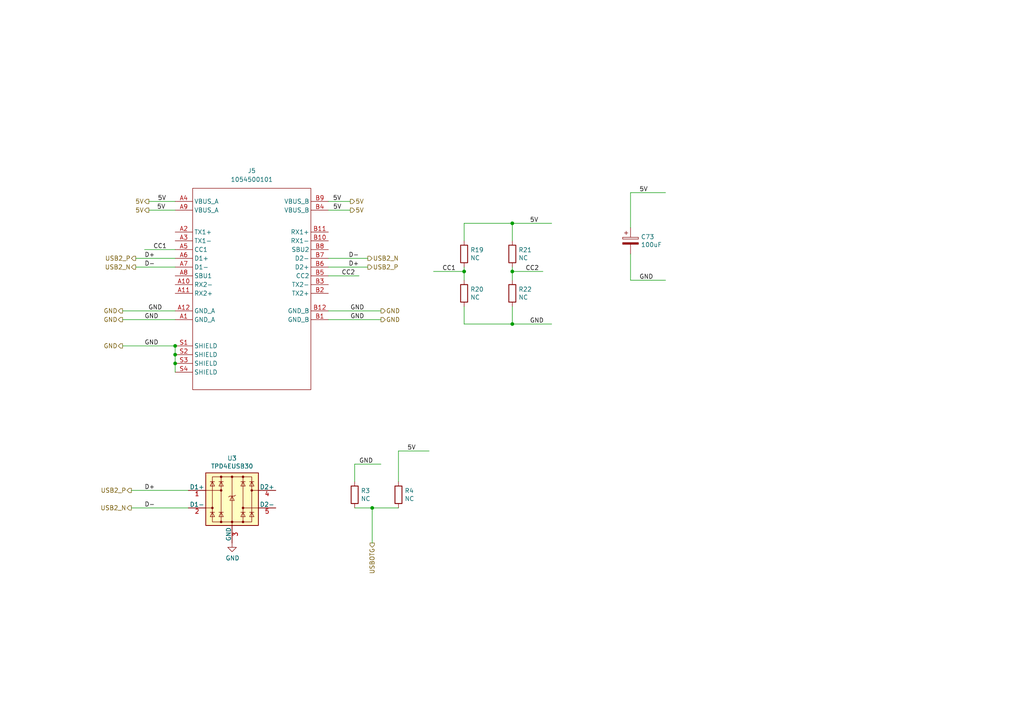
<source format=kicad_sch>
(kicad_sch (version 20230121) (generator eeschema)
  (paper "A4")
  (lib_symbols
    (symbol "CM4IO:1054500101"
      (property "Reference" "J" (at 0 0 0))
      (property "Value" "1054500101" (at 0 0 0))
      (symbol "1054500101_0_1"
        (rectangle (start 0 -5.08) (end 34.29 -63.5))
      )
      (symbol "1054500101_1_1"
        (pin input line (at -5.08 -43.18 0) (length 5) (name "GND_A") (number "A1"))
        (pin input line (at -5.08 -33.02 0) (length 5) (name "RX2-") (number "A10"))
        (pin input line (at -5.08 -35.56 0) (length 5) (name "RX2+") (number "A11"))
        (pin input line (at -5.08 -40.64 0) (length 5) (name "GND_A") (number "A12"))
        (pin input line (at -5.08 -17.78 0) (length 5) (name "TX1+") (number "A2"))
        (pin input line (at -5.08 -20.32 0) (length 5) (name "TX1-") (number "A3"))
        (pin input line (at -5.08 -8.89 0) (length 5) (name "VBUS_A") (number "A4"))
        (pin input line (at -5.08 -22.86 0) (length 5) (name "CC1") (number "A5"))
        (pin input line (at -5.08 -25.4 0) (length 5) (name "D1+") (number "A6"))
        (pin input line (at -5.08 -27.94 0) (length 5) (name "D1-") (number "A7"))
        (pin input line (at -5.08 -30.48 0) (length 5) (name "SBU1") (number "A8"))
        (pin input line (at -5.08 -11.43 0) (length 5) (name "VBUS_A") (number "A9"))
        (pin input line (at 39.37 -43.18 180) (length 5) (name "GND_B") (number "B1"))
        (pin input line (at 39.37 -20.32 180) (length 5) (name "RX1-") (number "B10"))
        (pin input line (at 39.37 -17.78 180) (length 5) (name "RX1+") (number "B11"))
        (pin input line (at 39.37 -40.64 180) (length 5) (name "GND_B") (number "B12"))
        (pin input line (at 39.37 -35.56 180) (length 5) (name "TX2+") (number "B2"))
        (pin input line (at 39.37 -33.02 180) (length 5) (name "TX2-") (number "B3"))
        (pin input line (at 39.37 -11.43 180) (length 5) (name "VBUS_B") (number "B4"))
        (pin input line (at 39.37 -30.48 180) (length 5) (name "CC2") (number "B5"))
        (pin input line (at 39.37 -27.94 180) (length 5) (name "D2+") (number "B6"))
        (pin input line (at 39.37 -25.4 180) (length 5) (name "D2-") (number "B7"))
        (pin input line (at 39.37 -22.86 180) (length 5) (name "SBU2") (number "B8"))
        (pin input line (at 39.37 -8.89 180) (length 5) (name "VBUS_B") (number "B9"))
        (pin input line (at -5.08 -50.8 0) (length 5) (name "SHIELD") (number "S1"))
        (pin input line (at -5.08 -53.34 0) (length 5) (name "SHIELD") (number "S2"))
        (pin input line (at -5.08 -55.88 0) (length 5) (name "SHIELD") (number "S3"))
        (pin input line (at -5.08 -58.42 0) (length 5) (name "SHIELD") (number "S4"))
      )
    )
    (symbol "CM4IO:TPD4EUSB30" (pin_names (offset 0))
      (property "Reference" "U" (at -0.635 8.89 0))
      (property "Value" "TPD4EUSB30" (at 8.89 -10.16 0))
      (symbol "TPD4EUSB30_0_0"
        (rectangle (start -5.715 6.477) (end 5.715 -6.604))
        (polyline (pts (xy -3.175 -6.604) (xy -3.175 6.477)))
        (polyline (pts (xy 0 6.477) (xy 0 -6.604)))
        (polyline (pts (xy 3.175 6.477) (xy 3.175 -6.604)))
      )
      (symbol "TPD4EUSB30_0_1"
        (rectangle (start -7.62 7.62) (end 7.62 -7.62) (stroke (width 0.254)) (fill (type background)))
        (circle (center -5.715 -2.54) (radius 0.2794) (fill (type outline)))
        (circle (center -3.175 -6.604) (radius 0.2794) (fill (type outline)))
        (circle (center -3.175 2.54) (radius 0.2794) (fill (type outline)))
        (circle (center -3.175 6.477) (radius 0.2794) (fill (type outline)))
        (circle (center 0 -6.604) (radius 0.2794) (fill (type outline)))
        (polyline (pts (xy -7.747 2.54) (xy -3.175 2.54)))
        (polyline (pts (xy -7.62 -2.54) (xy -5.715 -2.54)))
        (polyline (pts (xy -5.08 -3.81) (xy -6.35 -3.81)))
        (polyline (pts (xy -5.08 5.08) (xy -6.35 5.08)))
        (polyline (pts (xy -2.54 -3.81) (xy -3.81 -3.81)))
        (polyline (pts (xy -2.54 5.08) (xy -3.81 5.08)))
        (polyline (pts (xy -0.635 0.889) (xy -1.016 0.635)))
        (polyline (pts (xy 0 -6.604) (xy 0 -7.62)))
        (polyline (pts (xy 0.635 0.889) (xy -0.635 0.889)))
        (polyline (pts (xy 0.635 0.889) (xy 1.016 1.143)))
        (polyline (pts (xy 3.81 -3.81) (xy 2.54 -3.81)))
        (polyline (pts (xy 3.81 5.08) (xy 2.54 5.08)))
        (polyline (pts (xy 6.35 -3.81) (xy 5.08 -3.81)))
        (polyline (pts (xy 6.35 5.08) (xy 5.08 5.08)))
        (polyline (pts (xy 7.62 -2.54) (xy 3.175 -2.54)))
        (polyline (pts (xy 7.62 2.54) (xy 5.715 2.54)))
        (polyline (pts (xy -5.08 -5.08) (xy -6.35 -5.08) (xy -5.715 -3.81) (xy -5.08 -5.08)))
        (polyline (pts (xy -5.08 3.81) (xy -6.35 3.81) (xy -5.715 5.08) (xy -5.08 3.81)))
        (polyline (pts (xy -2.54 -5.08) (xy -3.81 -5.08) (xy -3.175 -3.81) (xy -2.54 -5.08)))
        (polyline (pts (xy -2.54 3.81) (xy -3.81 3.81) (xy -3.175 5.08) (xy -2.54 3.81)))
        (polyline (pts (xy 0.635 -0.381) (xy -0.635 -0.381) (xy 0 0.889) (xy 0.635 -0.381)))
        (polyline (pts (xy 3.81 -5.08) (xy 2.54 -5.08) (xy 3.175 -3.81) (xy 3.81 -5.08)))
        (polyline (pts (xy 3.81 3.81) (xy 2.54 3.81) (xy 3.175 5.08) (xy 3.81 3.81)))
        (polyline (pts (xy 6.35 -5.08) (xy 5.08 -5.08) (xy 5.715 -3.81) (xy 6.35 -5.08)))
        (polyline (pts (xy 6.35 3.81) (xy 5.08 3.81) (xy 5.715 5.08) (xy 6.35 3.81)))
        (circle (center 0 6.477) (radius 0.2794) (fill (type outline)))
        (circle (center 3.175 -6.604) (radius 0.2794) (fill (type outline)))
        (circle (center 3.175 -2.54) (radius 0.2794) (fill (type outline)))
        (circle (center 3.175 6.477) (radius 0.2794) (fill (type outline)))
        (circle (center 5.715 2.54) (radius 0.2794) (fill (type outline)))
      )
      (symbol "TPD4EUSB30_1_1"
        (pin passive line (at -12.7 2.54 0) (length 5.08) (name "D1+") (number "1"))
        (pin passive line (at -12.7 2.54 0) (length 5.08) hide (name "~") (number "10"))
        (pin passive line (at -12.7 -2.54 0) (length 5.08) (name "D1-") (number "2"))
        (pin power_in line (at 0 -12.7 90) (length 5.08) (name "GND") (number "3"))
        (pin passive line (at 12.7 2.54 180) (length 5.08) (name "D2+") (number "4"))
        (pin passive line (at 12.7 -2.54 180) (length 5.08) (name "D2-") (number "5"))
        (pin passive line (at 12.7 -2.54 180) (length 5.08) hide (name "~") (number "6"))
        (pin passive line (at 12.7 2.54 180) (length 5.08) hide (name "~") (number "7"))
        (pin passive line (at 0 -12.7 90) (length 5.08) hide (name "GND") (number "8"))
        (pin passive line (at -12.7 -2.54 0) (length 5.08) hide (name "~") (number "9"))
      )
    )
    (symbol "Device:CP" (pin_numbers hide) (pin_names (offset 0.254))
      (property "Reference" "C" (at 0.635 2.54 0))
      (property "Value" "CP" (at 0.635 -2.54 0))
      (symbol "CP_0_1"
        (rectangle (start -2.286 0.508) (end 2.286 1.016))
        (polyline (pts (xy -1.778 2.286) (xy -0.762 2.286)))
        (polyline (pts (xy -1.27 2.794) (xy -1.27 1.778)))
        (rectangle (start 2.286 -0.508) (end -2.286 -1.016) (fill (type outline)))
      )
      (symbol "CP_1_1"
        (pin passive line (at 0 3.81 270) (length 2.794) (name "~") (number "1"))
        (pin passive line (at 0 -3.81 90) (length 2.794) (name "~") (number "2"))
      )
    )
    (symbol "Device:R" (pin_numbers hide) (pin_names (offset 0))
      (property "Reference" "R" (at 2.032 0 90))
      (property "Value" "R" (at 0 0 90))
      (symbol "R_0_1"
        (rectangle (start -1.016 -2.54) (end 1.016 2.54) (stroke (width 0.254)))
      )
      (symbol "R_1_1"
        (pin passive line (at 0 3.81 270) (length 1.27) (name "~") (number "1"))
        (pin passive line (at 0 -3.81 90) (length 1.27) (name "~") (number "2"))
      )
    )
    (symbol "power:GND" (power) (pin_names (offset 0))
      (property "Value" "GND" (at 0 -3.81 0))
      (symbol "GND_0_1"
        (polyline (pts (xy 0 0) (xy 0 -1.27) (xy 1.27 -1.27) (xy 0 -2.54) (xy -1.27 -1.27) (xy 0 -1.27)))
      )
      (symbol "GND_1_1"
        (pin power_in line (at 0 0 270) (length 0) hide (name "GND") (number "1"))
      )
    )
  )
  (junction (at 148.59 93.98))
  (junction (at 148.59 64.77))
  (junction (at 148.59 78.74))
  (junction (at 50.8 100.33))
  (junction (at 50.8 105.41))
  (junction (at 107.95 147.32))
  (junction (at 50.8 102.87))
  (junction (at 134.62 78.74))
  (wire (pts (xy 182.88 66.04) (xy 182.88 55.88)))
  (wire (pts (xy 50.8 74.93) (xy 39.37 74.93)))
  (wire (pts (xy 54.61 147.32) (xy 38.1 147.32)))
  (wire (pts (xy 35.56 100.33) (xy 50.8 100.33)))
  (wire (pts (xy 148.59 88.9) (xy 148.59 93.98)))
  (wire (pts (xy 95.25 58.42) (xy 101.6 58.42)))
  (wire (pts (xy 148.59 93.98) (xy 134.62 93.98)))
  (wire (pts (xy 134.62 64.77) (xy 134.62 69.85)))
  (wire (pts (xy 115.57 130.81) (xy 124.46 130.81)))
  (wire (pts (xy 182.88 81.28) (xy 193.04 81.28)))
  (wire (pts (xy 50.8 100.33) (xy 50.8 102.87)))
  (wire (pts (xy 134.62 93.98) (xy 134.62 88.9)))
  (wire (pts (xy 95.25 80.01) (xy 104.14 80.01)))
  (wire (pts (xy 125.73 78.74) (xy 134.62 78.74)))
  (wire (pts (xy 107.95 147.32) (xy 107.95 157.48)))
  (wire (pts (xy 95.25 60.96) (xy 101.6 60.96)))
  (wire (pts (xy 35.56 92.71) (xy 50.8 92.71)))
  (wire (pts (xy 148.59 64.77) (xy 160.02 64.77)))
  (wire (pts (xy 54.61 142.24) (xy 38.1 142.24)))
  (wire (pts (xy 182.88 55.88) (xy 193.04 55.88)))
  (wire (pts (xy 41.91 72.39) (xy 50.8 72.39)))
  (wire (pts (xy 102.87 134.62) (xy 110.49 134.62)))
  (wire (pts (xy 134.62 78.74) (xy 134.62 81.28)))
  (wire (pts (xy 107.95 147.32) (xy 115.57 147.32)))
  (wire (pts (xy 95.25 90.17) (xy 110.49 90.17)))
  (wire (pts (xy 50.8 102.87) (xy 50.8 105.41)))
  (wire (pts (xy 115.57 139.7) (xy 115.57 130.81)))
  (wire (pts (xy 95.25 74.93) (xy 106.68 74.93)))
  (wire (pts (xy 95.25 77.47) (xy 106.68 77.47)))
  (wire (pts (xy 50.8 77.47) (xy 39.37 77.47)))
  (wire (pts (xy 148.59 78.74) (xy 148.59 81.28)))
  (wire (pts (xy 50.8 105.41) (xy 50.8 107.95)))
  (wire (pts (xy 102.87 147.32) (xy 107.95 147.32)))
  (wire (pts (xy 148.59 77.47) (xy 148.59 78.74)))
  (wire (pts (xy 134.62 64.77) (xy 148.59 64.77)))
  (wire (pts (xy 148.59 64.77) (xy 148.59 69.85)))
  (wire (pts (xy 148.59 78.74) (xy 157.48 78.74)))
  (wire (pts (xy 43.18 58.42) (xy 50.8 58.42)))
  (wire (pts (xy 182.88 73.66) (xy 182.88 81.28)))
  (wire (pts (xy 134.62 77.47) (xy 134.62 78.74)))
  (wire (pts (xy 148.59 93.98) (xy 160.02 93.98)))
  (wire (pts (xy 102.87 139.7) (xy 102.87 134.62)))
  (wire (pts (xy 43.18 60.96) (xy 50.8 60.96)))
  (wire (pts (xy 95.25 92.71) (xy 110.49 92.71)))
  (wire (pts (xy 35.56 90.17) (xy 50.8 90.17)))
  (label "GND" (at 104.14 134.62 0))
  (label "GND" (at 101.6 90.17 0))
  (label "GND" (at 42.9846 90.17 0))
  (label "5V" (at 153.67 64.77 0))
  (label "GND" (at 101.6 92.71 0))
  (label "GND" (at 153.67 93.98 0))
  (label "CC1" (at 44.45 72.39 0))
  (label "D+" (at 41.91 74.93 0))
  (label "D+" (at 104.14 77.47 180))
  (label "CC2" (at 152.4 78.74 0))
  (label "CC2" (at 99.06 80.01 0))
  (label "5V" (at 96.52 58.42 0))
  (label "5V" (at 45.5044 60.96 0))
  (label "GND" (at 185.42 81.28 0))
  (label "D+" (at 41.91 142.24 0))
  (label "5V" (at 45.72 58.42 0))
  (label "CC1" (at 128.27 78.74 0))
  (label "D-" (at 41.91 147.32 0))
  (label "5V" (at 96.5724 60.96 0))
  (label "D-" (at 104.14 74.93 180))
  (label "5V" (at 118.11 130.81 0))
  (label "D-" (at 41.91 77.47 0))
  (label "GND" (at 41.91 100.33 0))
  (label "5V" (at 185.42 55.88 0))
  (label "GND" (at 41.91 92.71 0))
  (hierarchical_label "GND" (shape output) (at 35.56 90.17 180))
  (hierarchical_label "5V" (shape output) (at 101.6 60.96 0))
  (hierarchical_label "USB2_N" (shape output) (at 39.37 77.47 180))
  (hierarchical_label "USB2_N" (shape output) (at 38.1 147.32 180))
  (hierarchical_label "GND" (shape output) (at 35.56 92.71 180))
  (hierarchical_label "USB2_N" (shape output) (at 106.68 74.93 0))
  (hierarchical_label "USBOTG" (shape output) (at 107.95 157.48 270))
  (hierarchical_label "5V" (shape output) (at 43.18 58.42 180))
  (hierarchical_label "USB2_P" (shape output) (at 38.1 142.24 180))
  (hierarchical_label "5V" (shape output) (at 101.6 58.42 0))
  (hierarchical_label "5V" (shape output) (at 43.18 60.96 180))
  (hierarchical_label "GND" (shape output) (at 35.56 100.33 180))
  (hierarchical_label "GND" (shape output) (at 110.49 92.71 0))
  (hierarchical_label "USB2_P" (shape output) (at 39.37 74.93 180))
  (hierarchical_label "GND" (shape output) (at 110.49 90.17 0))
  (hierarchical_label "USB2_P" (shape output) (at 106.68 77.47 0))
  (symbol (lib_id "Device:R") (at 134.62 85.09 0) (unit 1)
    (property "Reference" "R20" (at 136.398 83.9216 0) (effects (justify left)))
    (property "Value" "NC" (at 136.398 86.233 0) (effects (justify left)))
    (property "Footprint" "Resistor_SMD:R_0402_1005Metric" (effects hide))
    (property "Datasheet" "https://fscdn.rohm.com/en/products/databook/datasheet/passive/resistor/chip_resistor/mcr-e.pdf" (effects hide))
    (property "Field4" "Farnell" (effects hide))
    (property "Field5" "9239367" (effects hide))
    (property "Field7" "Rohm" (effects hide))
    (property "Field6" "MCR01MZPF1202" (effects hide))
    (property "Part Description" "Resistor 12K M1005 1% 63mW" (effects hide))
  )
  (symbol (lib_id "power:GND") (at 67.31 157.48 0) (unit 1)
    (property "Reference" "#PWR0105" (effects hide))
    (property "Value" "GND" (at 67.437 161.8742 0))
  )
  (symbol (lib_id "Device:R") (at 148.59 73.66 0) (unit 1)
    (property "Reference" "R21" (at 150.368 72.4916 0) (effects (justify left)))
    (property "Value" "NC" (at 150.368 74.803 0) (effects (justify left)))
    (property "Footprint" "Resistor_SMD:R_0402_1005Metric" (effects hide))
    (property "Datasheet" "https://fscdn.rohm.com/en/products/databook/datasheet/passive/resistor/chip_resistor/mcr-e.pdf" (effects hide))
    (property "Field4" "Farnell" (effects hide))
    (property "Field5" "9239367" (effects hide))
    (property "Field7" "Rohm" (effects hide))
    (property "Field6" "MCR01MZPF1202" (effects hide))
    (property "Part Description" "Resistor 12K M1005 1% 63mW" (effects hide))
  )
  (symbol (lib_id "Device:CP") (at 182.88 69.85 0) (unit 1)
    (property "Reference" "C73" (at 185.8772 68.707 0) (effects (justify left)))
    (property "Value" "100uF" (at 185.8772 70.993 0) (effects (justify left)))
    (property "Footprint" "Capacitor_Tantalum_SMD:CP_EIA-3528-21_Kemet-B" (effects hide))
    (property "Field4" "Mouser" (effects hide))
    (property "Field5" "667-EEF-CX0J101R" (effects hide))
    (property "Part Description" "Capacitor, SP-Cap, 100u, 6.3V, 15mR ESR" (effects hide))
  )
  (symbol (lib_id "Device:R") (at 134.62 73.66 0) (unit 1)
    (property "Reference" "R19" (at 136.398 72.4916 0) (effects (justify left)))
    (property "Value" "NC" (at 136.398 74.803 0) (effects (justify left)))
    (property "Footprint" "Resistor_SMD:R_0402_1005Metric" (effects hide))
    (property "Datasheet" "https://fscdn.rohm.com/en/products/databook/datasheet/passive/resistor/chip_resistor/mcr-e.pdf" (effects hide))
    (property "Field4" "Farnell" (effects hide))
    (property "Field5" "9239367" (effects hide))
    (property "Field7" "Rohm" (effects hide))
    (property "Field6" "MCR01MZPF1202" (effects hide))
    (property "Part Description" "Resistor 12K M1005 1% 63mW" (effects hide))
  )
  (symbol (lib_id "CM4IO:TPD4EUSB30") (at 67.31 144.78 0) (unit 1)
    (property "Reference" "U3" (at 67.31 132.9182 0))
    (property "Value" "TPD4EUSB30" (at 67.31 135.2296 0))
    (property "Footprint" "Package_SON:USON-10_2.5x1.0mm_P0.5mm" (effects hide))
    (property "Datasheet" "http://www.ti.com/lit/ds/symlink/tpd2eusb30a.pdf" (effects hide))
    (property "Field4" "Farnell" (effects hide))
    (property "Field5" "2335455" (effects hide))
    (property "Field6" "CDDFN10-3324P-13" (effects hide))
    (property "Field7" "Bourns" (effects hide))
    (property "Field8" "UDIO00346" (effects hide))
    (property "Part Description" "Quad TVS diode for high speed signals (USB3, GigE etc.)" (effects hide))
  )
  (symbol (lib_id "Device:R") (at 102.87 143.51 0) (unit 1)
    (property "Reference" "R3" (at 104.648 142.3416 0) (effects (justify left)))
    (property "Value" "NC" (at 104.648 144.653 0) (effects (justify left)))
    (property "Footprint" "Resistor_SMD:R_0402_1005Metric" (effects hide))
    (property "Datasheet" "https://fscdn.rohm.com/en/products/databook/datasheet/passive/resistor/chip_resistor/mcr-e.pdf" (effects hide))
    (property "Field4" "Farnell" (effects hide))
    (property "Field5" "9239278" (effects hide))
    (property "Field7" "KOA EUROPE GMBH" (effects hide))
    (property "Field6" "RK73G1ETQTP2201D         " (effects hide))
    (property "Part Description" "Resistor 2.2K M1005 1% 63mW" (effects hide))
    (property "Field8" "120889581" (effects hide))
  )
  (symbol (lib_id "Device:R") (at 148.59 85.09 0) (unit 1)
    (property "Reference" "R22" (at 150.368 83.9216 0) (effects (justify left)))
    (property "Value" "NC" (at 150.368 86.233 0) (effects (justify left)))
    (property "Footprint" "Resistor_SMD:R_0402_1005Metric" (effects hide))
    (property "Datasheet" "https://fscdn.rohm.com/en/products/databook/datasheet/passive/resistor/chip_resistor/mcr-e.pdf" (effects hide))
    (property "Field4" "Farnell" (effects hide))
    (property "Field5" "9239367" (effects hide))
    (property "Field7" "Rohm" (effects hide))
    (property "Field6" "MCR01MZPF1202" (effects hide))
    (property "Part Description" "Resistor 12K M1005 1% 63mW" (effects hide))
  )
  (symbol (lib_id "Device:R") (at 115.57 143.51 0) (unit 1)
    (property "Reference" "R4" (at 117.348 142.3416 0) (effects (justify left)))
    (property "Value" "NC" (at 117.348 144.653 0) (effects (justify left)))
    (property "Footprint" "Resistor_SMD:R_0402_1005Metric" (effects hide))
    (property "Datasheet" "https://fscdn.rohm.com/en/products/databook/datasheet/passive/resistor/chip_resistor/mcr-e.pdf" (effects hide))
    (property "Field4" "Farnell" (effects hide))
    (property "Field5" "9239278" (effects hide))
    (property "Field7" "KOA EUROPE GMBH" (effects hide))
    (property "Field6" "RK73G1ETQTP2201D         " (effects hide))
    (property "Part Description" "Resistor 2.2K M1005 1% 63mW" (effects hide))
    (property "Field8" "120889581" (effects hide))
  )
  (symbol (lib_id "CM4IO:1054500101") (at 55.88 49.53 0) (unit 1)
    (property "Reference" "J5" (at 73.025 49.53 0))
    (property "Value" "1054500101" (at 73.025 52.07 0))
    (property "Footprint" "CM4IO:MOLEX_105450-0101" (effects hide))
  )
)
</source>
